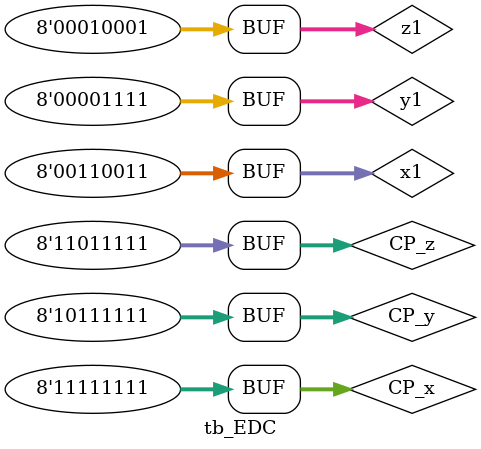
<source format=v>
`timescale 1ns/1ps
 
module tb_EDC();
 
 
//module EDC (
//    input [7:0] x1,
//    input [7:0] y1,
//    input [7:0] z1,
//    input [7:0] CP_x,
//    input [7:0] CP_y,
//    input [7:0] CP_z,
//    output [17:0] distsquare
//
//);

    reg [7:0] x1;
    reg [7:0] y1;
    reg [7:0] z1;
    reg [7:0] CP_x;
    reg [7:0] CP_y;
    reg [7:0] CP_z;
    wire [17:0] distsquare;
   
    initial
        begin	
            x1 <= 0;
            y1 <= 0;
            z1 <= 0;
            CP_x <= 0;
            CP_y <= 0;
            CP_z <= 0;
            #100
            x1 <= 8'b1111_1111;
            y1 <= 8'b1111_1111;
            z1 <= 8'b1111_1111;
            CP_x <= 0;
            CP_y <= 0;
            CP_z <= 0;
            #100
            x1 <= 0;
            y1 <= 0;
            z1 <= 0;
            CP_x <= 8'b1111_1111;
            CP_y <= 8'b1111_1111;
            CP_z <= 8'b1111_1111;
            #100
            x1 <= 8'b1100_0011; //195
            y1 <= 8'b1011_1111; //191
            z1 <= 8'b0111_1111; //127
            CP_x <= 8'b0000_1011; //11
            CP_y <= 8'b0011_1111; //63
            CP_z <= 8'b1111_1111; //255
            #100
            x1 <= 8'b0011_0011; //51
            y1 <= 8'b0000_1111; //15
            z1 <= 8'b0001_0001; //17
            CP_x <= 8'b1111_1111; //255 
            CP_y <= 8'b1011_1111; //191
            CP_z <= 8'b1101_1111; //223
        end

 
    EDC U0_EDC(
        .x1(x1),
        .y1(y1),
        .z1(z1),
        .CP_x(CP_x),
        .CP_y(CP_y),
        .CP_z(CP_z),
        .distsquare(distsquare)
    ); 
endmodule
</source>
